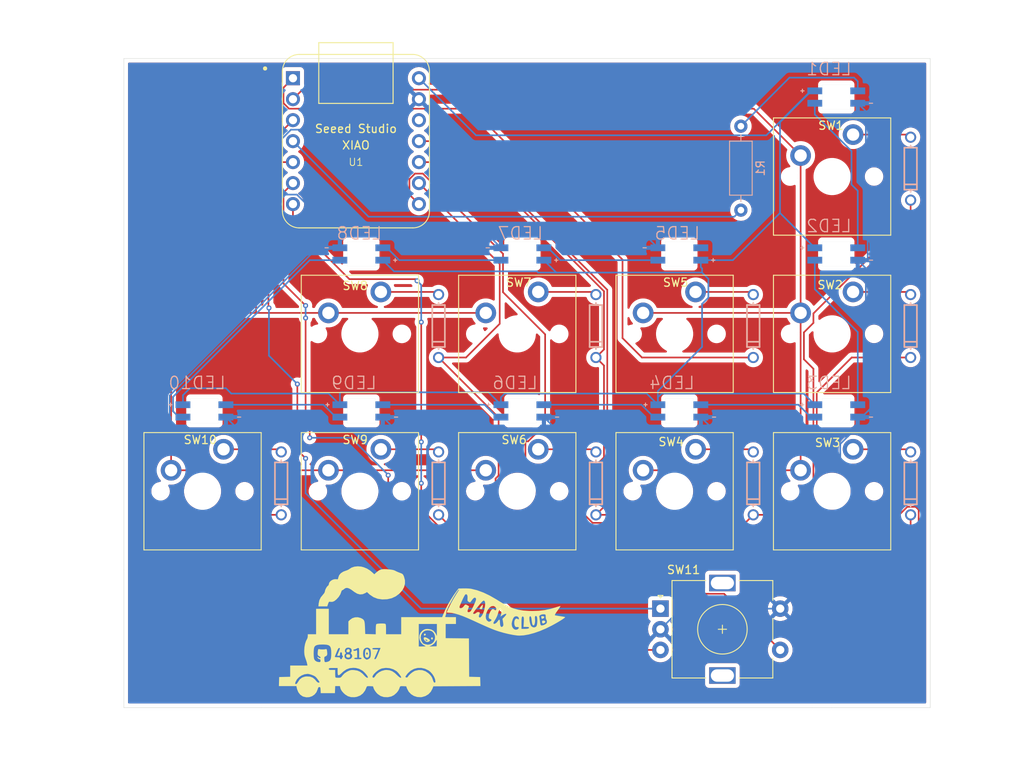
<source format=kicad_pcb>
(kicad_pcb (version 20240108) (generator "pcbnew") (generator_version "8.0")
  (layers (0 "F.Cu" signal) (31 "B.Cu" signal) (34 "B.Paste" user) (35 "F.Paste" user) (36 "B.SilkS" user "B.Silkscreen") (37 "F.SilkS" user "F.Silkscreen") (38 "B.Mask" user) (39 "F.Mask" user) (44 "Edge.Cuts" user))
  (net 0 "")
  (net 1 "Net-(LED1-DOUT)")
  (net 2 "P,+5")
  (net 3 "Net-(LED1-DIN)")
  (net 4 "P,GND")
  (net 5 "Net-(LED2-DOUT)")
  (net 6 "Net-(LED3-DOUT)")
  (net 7 "Net-(LED4-DOUT)")
  (net 8 "D_OUT")
  (net 9 "LED_IN")
  (net 10 "C0")
  (net 11 "Net-(D1-PadA)")
  (net 12 "Net-(D2-PadA)")
  (net 13 "Net-(D3-PadA)")
  (net 14 "Net-(D4-PadA)")
  (net 15 "Net-(D5-PadA)")
  (net 16 "Net-(D6-PadA)")
  (net 17 "C1")
  (net 18 "Net-(D7-PadA)")
  (net 19 "Net-(D8-PadA)")
  (net 20 "Net-(D9-PadA)")
  (net 21 "Net-(D10-PadA)")
  (net 22 "REA")
  (net 23 "RES")
  (net 24 "REB")
  (net 26 "R2")
  (net 27 "R4")
  (net 28 "R3")
  (net 29 "R1")
  (net 30 "R0")
  (net 31 "Net-(LED5-DIN)")
  (net 33 "Net-(LED6-DOUT)")
  (net 34 "Net-(LED7-DIN)")
  (net 35 "Net-(LED10-DOUT)")
  (footprint "PCM_Switch_Keyboard_Cherry_MX:SW_Cherry_MX_PCB_1.00u" (layer "F.Cu") (at 161.925 104.775)
    (property "Reference" "SW5")
    (property "Value" "Push_Button")
  )
  (footprint "Seeed Studio XIAO Series Library:XIAO-Generic-Thruhole-14P-2.54-21X17.8MM" (layer "F.Cu") (at 123.34375 81.43875)
    (property "Reference" "U1")
    (property "Value" "Seeed Studio XIAO SAMD21" (hide yes))
  )
  (footprint "PCM_Switch_Keyboard_Cherry_MX:SW_Cherry_MX_PCB_1.00u" (layer "F.Cu") (at 104.775 123.825)
    (property "Reference" "SW10")
    (property "Value" "Push_Button")
  )
  (footprint "PCM_Switch_Keyboard_Cherry_MX:SW_Cherry_MX_PCB_1.00u" (layer "F.Cu") (at 180.9925 123.825)
    (property "Reference" "SW3")
    (property "Value" "Push_Button")
  )
  (footprint "Rotary_Encoder:RotaryEncoder_Alps_EC11E-Switch_Vertical_H20mm" (layer "F.Cu") (at 160.2125 138.0375)
    (property "Reference" "SW11")
    (property "Value" "RotaryEncoder_Switch")
  )
  (footprint "PCM_Switch_Keyboard_Cherry_MX:SW_Cherry_MX_PCB_1.00u" (layer "F.Cu") (at 123.825 123.825)
    (property "Reference" "SW9")
    (property "Value" "Push_Button")
  )
  (footprint "PCM_Switch_Keyboard_Cherry_MX:SW_Cherry_MX_PCB_1.00u" (layer "F.Cu") (at 123.825 104.775)
    (property "Reference" "SW8")
    (property "Value" "Push_Button")
  )
  (footprint "PCM_Switch_Keyboard_Cherry_MX:SW_Cherry_MX_PCB_1.00u" (layer "F.Cu") (at 161.925 123.825)
    (property "Reference" "SW4")
    (property "Value" "Push_Button")
  )
  (footprint "PCM_Switch_Keyboard_Cherry_MX:SW_Cherry_MX_PCB_1.00u" (layer "F.Cu") (at 142.875 104.775)
    (property "Reference" "SW7")
    (property "Value" "Push_Button")
  )
  (footprint "Hackpad (1):train" (layer "F.Cu") (at 131.25 137.35)
    (property "Reference" "G***" (hide yes))
    (property "Value" "LOGO" (hide yes))
  )
  (footprint "PCM_Switch_Keyboard_Cherry_MX:SW_Cherry_MX_PCB_1.00u" (layer "F.Cu") (at 180.9925 104.775)
    (property "Reference" "SW2")
    (property "Value" "Push_Button")
  )
  (footprint "PCM_Switch_Keyboard_Cherry_MX:SW_Cherry_MX_PCB_1.00u" (layer "F.Cu") (at 142.875 123.825)
    (property "Reference" "SW6")
    (property "Value" "Push_Button")
  )
  (footprint "PCM_Switch_Keyboard_Cherry_MX:SW_Cherry_MX_PCB_1.00u" (layer "F.Cu") (at 180.9925 85.725)
    (property "Reference" "SW1")
    (property "Value" "Push_Button")
  )
  (footprint "diode:DIODE-1N4148" (layer "B.Cu") (at 190.5 122.8725 -90)
    (property "Reference" "D3")
    (property "Value" "~" (hide yes))
  )
  (footprint "SK6812-E:LED_SK6812-E" (layer "B.Cu") (at 162.5 114.1 180)
    (property "Reference" "LED4")
    (property "Value" "WS2812B")
    (fp_line (start 1.7 1.5) (end -1.7 1.5) (stroke (width 0.01)) (layer "Edge.Cuts"))
    (fp_line (start 1.7 -1.5) (end 1.7 1.5) (stroke (width 0.01)) (layer "Edge.Cuts"))
    (fp_line (start -1.7 1.5) (end -1.7 -1.5) (stroke (width 0.01)) (layer "Edge.Cuts"))
    (fp_line (start -1.7 -1.5) (end 1.7 -1.5) (stroke (width 0.01)) (layer "Edge.Cuts"))
  )
  (footprint "diode:DIODE-1N4148" (layer "B.Cu") (at 114.3 122.8725 -90)
    (property "Reference" "D10")
    (property "Value" "~" (hide yes))
  )
  (footprint "SK6812-E:LED_SK6812-E" (layer "B.Cu") (at 162.5 95.1)
    (property "Reference" "LED5")
    (property "Value" "WS2812B")
    (fp_line (start -1.7 -1.5) (end 1.7 -1.5) (stroke (width 0.01)) (layer "Edge.Cuts"))
    (fp_line (start -1.7 1.5) (end -1.7 -1.5) (stroke (width 0.01)) (layer "Edge.Cuts"))
    (fp_line (start 1.7 -1.5) (end 1.7 1.5) (stroke (width 0.01)) (layer "Edge.Cuts"))
    (fp_line (start 1.7 1.5) (end -1.7 1.5) (stroke (width 0.01)) (layer "Edge.Cuts"))
  )
  (footprint "SK6812-E:LED_SK6812-E" (layer "B.Cu") (at 143.5 114.1 180)
    (property "Reference" "LED6")
    (property "Value" "WS2812B")
    (fp_line (start 1.7 1.5) (end -1.7 1.5) (stroke (width 0.01)) (layer "Edge.Cuts"))
    (fp_line (start 1.7 -1.5) (end 1.7 1.5) (stroke (width 0.01)) (layer "Edge.Cuts"))
    (fp_line (start -1.7 1.5) (end -1.7 -1.5) (stroke (width 0.01)) (layer "Edge.Cuts"))
    (fp_line (start -1.7 -1.5) (end 1.7 -1.5) (stroke (width 0.01)) (layer "Edge.Cuts"))
  )
  (footprint "diode:DIODE-1N4148" (layer "B.Cu") (at 133.35 122.8725 -90)
    (property "Reference" "D9")
    (property "Value" "~" (hide yes))
  )
  (footprint "SK6812-E:LED_SK6812-E" (layer "B.Cu") (at 143.5 95.1)
    (property "Reference" "LED7")
    (property "Value" "WS2812B")
    (fp_line (start -1.7 -1.5) (end 1.7 -1.5) (stroke (width 0.01)) (layer "Edge.Cuts"))
    (fp_line (start -1.7 1.5) (end -1.7 -1.5) (stroke (width 0.01)) (layer "Edge.Cuts"))
    (fp_line (start 1.7 -1.5) (end 1.7 1.5) (stroke (width 0.01)) (layer "Edge.Cuts"))
    (fp_line (start 1.7 1.5) (end -1.7 1.5) (stroke (width 0.01)) (layer "Edge.Cuts"))
  )
  (footprint "diode:DIODE-1N4148" (layer "B.Cu") (at 190.5 103.8225 -90)
    (property "Reference" "D2")
    (property "Value" "~" (hide yes))
  )
  (footprint "diode:DIODE-1N4148" (layer "B.Cu") (at 133.35 103.8225 -90)
    (property "Reference" "D8")
    (property "Value" "~" (hide yes))
  )
  (footprint "SK6812-E:LED_SK6812-E" (layer "B.Cu") (at 105 114.1 180)
    (property "Reference" "LED10")
    (property "Value" "WS2812B")
    (fp_line (start 1.7 1.5) (end -1.7 1.5) (stroke (width 0.01)) (layer "Edge.Cuts"))
    (fp_line (start 1.7 -1.5) (end 1.7 1.5) (stroke (width 0.01)) (layer "Edge.Cuts"))
    (fp_line (start -1.7 1.5) (end -1.7 -1.5) (stroke (width 0.01)) (layer "Edge.Cuts"))
    (fp_line (start -1.7 -1.5) (end 1.7 -1.5) (stroke (width 0.01)) (layer "Edge.Cuts"))
  )
  (footprint "Resistor_THT:R_Axial_DIN0207_L6.3mm_D2.5mm_P10.16mm_Horizontal" (layer "B.Cu") (at 169.95 89.79125 90)
    (property "Reference" "R1")
    (property "Value" "500Ω")
  )
  (footprint "diode:DIODE-1N4148" (layer "B.Cu") (at 152.4 122.8725 -90)
    (property "Reference" "D6")
    (property "Value" "~" (hide yes))
  )
  (footprint "diode:DIODE-1N4148" (layer "B.Cu") (at 171.45 103.8225 -90)
    (property "Reference" "D5")
    (property "Value" "~" (hide yes))
  )
  (footprint "SK6812-E:LED_SK6812-E" (layer "B.Cu") (at 124 95.1)
    (property "Reference" "LED8")
    (property "Value" "WS2812B")
    (fp_line (start -1.7 -1.5) (end 1.7 -1.5) (stroke (width 0.01)) (layer "Edge.Cuts"))
    (fp_line (start -1.7 1.5) (end -1.7 -1.5) (stroke (width 0.01)) (layer "Edge.Cuts"))
    (fp_line (start 1.7 -1.5) (end 1.7 1.5) (stroke (width 0.01)) (layer "Edge.Cuts"))
    (fp_line (start 1.7 1.5) (end -1.7 1.5) (stroke (width 0.01)) (layer "Edge.Cuts"))
  )
  (footprint "SK6812-E:LED_SK6812-E" (layer "B.Cu") (at 181.5 95.1 180)
    (property "Reference" "LED2")
    (property "Value" "WS2812B")
    (fp_line (start 1.7 1.5) (end -1.7 1.5) (stroke (width 0.01)) (layer "Edge.Cuts"))
    (fp_line (start 1.7 -1.5) (end 1.7 1.5) (stroke (width 0.01)) (layer "Edge.Cuts"))
    (fp_line (start -1.7 1.5) (end -1.7 -1.5) (stroke (width 0.01)) (layer "Edge.Cuts"))
    (fp_line (start -1.7 -1.5) (end 1.7 -1.5) (stroke (width 0.01)) (layer "Edge.Cuts"))
  )
  (footprint "SK6812-E:LED_SK6812-E" (layer "B.Cu") (at 181.5 76.1 180)
    (property "Reference" "LED1")
    (property "Value" "WS2812B")
    (fp_line (start 1.7 1.5) (end -1.7 1.5) (stroke (width 0.01)) (layer "Edge.Cuts"))
    (fp_line (start 1.7 -1.5) (end 1.7 1.5) (stroke (width 0.01)) (layer "Edge.Cuts"))
    (fp_line (start -1.7 1.5) (end -1.7 -1.5) (stroke (width 0.01)) (layer "Edge.Cuts"))
    (fp_line (start -1.7 -1.5) (end 1.7 -1.5) (stroke (width 0.01)) (layer "Edge.Cuts"))
  )
  (footprint "SK6812-E:LED_SK6812-E" (layer "B.Cu") (at 124 114.1 180)
    (property "Reference" "LED9")
    (property "Value" "WS2812B")
    (fp_line (start 1.7 1.5) (end -1.7 1.5) (stroke (width 0.01)) (layer "Edge.Cuts"))
    (fp_line (start 1.7 -1.5) (end 1.7 1.5) (stroke (width 0.01)) (layer "Edge.Cuts"))
    (fp_line (start -1.7 1.5) (end -1.7 -1.5) (stroke (width 0.01)) (layer "Edge.Cuts"))
    (fp_line (start -1.7 -1.5) (end 1.7 -1.5) (stroke (width 0.01)) (layer "Edge.Cuts"))
  )
  (footprint "diode:DIODE-1N4148" (layer "B.Cu") (at 152.4 103.8225 -90)
    (property "Reference" "D7")
    (property "Value" "~" (hide yes))
  )
  (footprint "diode:DIODE-1N4148" (layer "B.Cu") (at 190.5 84.7725 -90)
    (property "Reference" "D1")
    (property "Value" "~" (hide yes))
  )
  (footprint "SK6812-E:LED_SK6812-E" (layer "B.Cu") (at 181.5 114.1 180)
    (property "Reference" "LED3")
    (property "Value" "WS2812B")
    (fp_line (start 1.7 1.5) (end -1.7 1.5) (stroke (width 0.01)) (layer "Edge.Cuts"))
    (fp_line (start 1.7 -1.5) (end 1.7 1.5) (stroke (width 0.01)) (layer "Edge.Cuts"))
    (fp_line (start -1.7 1.5) (end -1.7 -1.5) (stroke (width 0.01)) (layer "Edge.Cuts"))
    (fp_line (start -1.7 -1.5) (end 1.7 -1.5) (stroke (width 0.01)) (layer "Edge.Cuts"))
  )
  (footprint "diode:DIODE-1N4148" (layer "B.Cu") (at 171.45 122.8725 -90)
    (property "Reference" "D4")
    (property "Value" "~" (hide yes))
  )
  (gr_line (start 95.25 150.01875) (end 95.25 133.35) (stroke (width 0.05)) (layer "Edge.Cuts"))
  (gr_line (start 180.975 150.01875) (end 178.59375 150.01875) (stroke (width 0.05)) (layer "Edge.Cuts"))
  (gr_line (start 192.88125 135.73125) (end 192.88125 150.01875) (stroke (width 0.05)) (layer "Edge.Cuts"))
  (gr_line (start 192.88125 71.4375) (end 95.25 71.4375) (stroke (width 0.05)) (layer "Edge.Cuts"))
  (gr_line (start 192.88125 150.01875) (end 180.975 150.01875) (stroke (width 0.05)) (layer "Edge.Cuts"))
  (gr_line (start 111.91875 150.01875) (end 178.59375 150.01875) (stroke (width 0.05)) (layer "Edge.Cuts"))
  (gr_line (start 111.91875 150.01875) (end 95.25 150.01875) (stroke (width 0.05)) (layer "Edge.Cuts"))
  (gr_line (start 95.25 71.4375) (end 95.25 133.35) (stroke (width 0.05)) (layer "Edge.Cuts"))
  (gr_line (start 192.88125 135.73125) (end 192.88125 71.4375) (stroke (width 0.05)) (layer "Edge.Cuts"))
  (segment (start 183.3425 86.698402) (end 183.3425 82.647032) (width 0.2) (layer "B.Cu") (net 1))
  (segment (start 178.9 78.204532) (end 178.9 76.85) (width 0.2) (layer "B.Cu") (net 1))
  (segment (start 183.3425 82.647032) (end 178.9 78.204532) (width 0.2) (layer "B.Cu") (net 1))
  (segment (start 184.1 87.455902) (end 183.3425 86.698402) (width 0.2) (layer "B.Cu") (net 1))
  (segment (start 184.1 94.35) (end 184.1 87.455902) (width 0.2) (layer "B.Cu") (net 1))
  (segment (start 177.55 112) (end 178.9 113.35) (width 0.2) (layer "B.Cu") (net 2))
  (segment (start 102.4 113.35) (end 102.4 112.2) (width 0.2) (layer "B.Cu") (net 2))
  (segment (start 178.49 75.35) (end 174.6875 79.1525) (width 0.2) (layer "B.Cu") (net 2))
  (segment (start 159.9 113.35) (end 159.9 112.45) (width 0.2) (layer "B.Cu") (net 2))
  (segment (start 158.55 112) (end 159.9 113.35) (width 0.2) (layer "B.Cu") (net 2))
  (segment (start 159.9 111.7) (end 165.25 106.35) (width 0.2) (layer "B.Cu") (net 2))
  (segment (start 173.02875 80.73125) (end 137.88125 80.73125) (width 0.2) (layer "B.Cu") (net 2))
  (segment (start 174.6875 79.1525) (end 174.6875 90.1375) (width 0.2) (layer "B.Cu") (net 2))
  (segment (start 165.25 96.85) (end 165.1 96.7) (width 0.2) (layer "B.Cu") (net 2))
  (segment (start 166.015 98.115) (end 165.25 97.35) (width 0.2) (layer "B.Cu") (net 2))
  (segment (start 165.25 106.35) (end 165.25 101.15) (width 0.2) (layer "B.Cu") (net 2))
  (segment (start 145.4 97.35) (end 145.25 97.2) (width 0.2) (layer "B.Cu") (net 2))
  (segment (start 147.6 97.35) (end 145.4 97.35) (width 0.2) (layer "B.Cu") (net 2))
  (segment (start 120.05 112) (end 121.4 113.35) (width 0.2) (layer "B.Cu") (net 2))
  (segment (start 121.4 113.35) (end 121.4 111.95) (width 0.2) (layer "B.Cu") (net 2))
  (segment (start 174.6875 90.1375) (end 178.9 94.35) (width 0.2) (layer "B.Cu") (net 2))
  (segment (start 147.6 97.35) (end 165.25 97.35) (width 0.2) (layer "B.Cu") (net 2))
  (segment (start 140.9 113.35) (end 140.9 112.45) (width 0.2) (layer "B.Cu") (net 2))
  (segment (start 160.35 112) (end 177.55 112) (width 0.2) (layer "B.Cu") (net 2))
  (segment (start 140.9 112.45) (end 141.35 112) (width 0.2) (layer "B.Cu") (net 2))
  (segment (start 102.4 112.2) (end 103.25 111.35) (width 0.2) (layer "B.Cu") (net 2))
  (segment (start 165.1 96.7) (end 165.1 95.85) (width 0.2) (layer "B.Cu") (net 2))
  (segment (start 165.25 101.15) (end 166.015 100.385) (width 0.2) (layer "B.Cu") (net 2))
  (segment (start 141.35 112) (end 158.55 112) (width 0.2) (layer "B.Cu") (net 2))
  (segment (start 103.25 111.35) (end 107.6 111.35) (width 0.2) (layer "B.Cu") (net 2))
  (segment (start 178.41 75.35) (end 173.02875 80.73125) (width 0.2) (layer "B.Cu") (net 2))
  (segment (start 121.4 111.95) (end 121.5 111.85) (width 0.2) (layer "B.Cu") (net 2))
  (segment (start 168.975 95.85) (end 174.6875 90.1375) (width 0.2) (layer "B.Cu") (net 2))
  (segment (start 165.1 95.85) (end 168.975 95.85) (width 0.2) (layer "B.Cu") (net 2))
  (segment (start 121.5 111.85) (end 139.4 111.85) (width 0.2) (layer "B.Cu") (net 2))
  (segment (start 166.015 100.385) (end 166.015 98.115) (width 0.2) (layer "B.Cu") (net 2))
  (segment (start 178.9 75.35) (end 178.49 75.35) (width 0.2) (layer "B.Cu") (net 2))
  (segment (start 137.88125 80.73125) (end 130.96875 73.81875) (width 0.2) (layer "B.Cu") (net 2))
  (segment (start 108.25 112) (end 120.05 112) (width 0.2) (layer "B.Cu") (net 2))
  (segment (start 165.25 97.35) (end 165.25 96.85) (width 0.2) (layer "B.Cu") (net 2))
  (segment (start 159.9 113.35) (end 159.9 111.7) (width 0.2) (layer "B.Cu") (net 2))
  (segment (start 127.95 97.2) (end 126.6 95.85) (width 0.2) (layer "B.Cu") (net 2))
  (segment (start 178.9 75.35) (end 178.41 75.35) (width 0.2) (layer "B.Cu") (net 2))
  (segment (start 146.1 95.85) (end 147.6 97.35) (width 0.2) (layer "B.Cu") (net 2))
  (segment (start 139.4 111.85) (end 140.9 113.35) (width 0.2) (layer "B.Cu") (net 2))
  (segment (start 159.9 112.45) (end 160.35 112) (width 0.2) (layer "B.Cu") (net 2))
  (segment (start 145.25 97.2) (end 127.95 97.2) (width 0.2) (layer "B.Cu") (net 2))
  (segment (start 107.6 111.35) (end 108.25 112) (width 0.2) (layer "B.Cu") (net 2))
  (segment (start 184.1 74.2) (end 183.65 73.75) (width 0.2) (layer "B.Cu") (net 3))
  (segment (start 175.83125 73.75) (end 169.95 79.63125) (width 0.2) (layer "B.Cu") (net 3))
  (segment (start 184.1 75.35) (end 184.1 74.2) (width 0.2) (layer "B.Cu") (net 3))
  (segment (start 183.65 73.75) (end 175.83125 73.75) (width 0.2) (layer "B.Cu") (net 3))
  (segment (start 126.6 114.85) (end 128.1 116.35) (width 0.2) (layer "B.Cu") (net 4))
  (segment (start 114.25 87.2) (end 114.25 81.281154) (width 0.2) (layer "B.Cu") (net 4))
  (segment (start 141.2 93) (end 158.55 93) (width 0.2) (layer "B.Cu") (net 4))
  (segment (start 184.59 114.85) (end 184.1 114.85) (width 0.2) (layer "B.Cu") (net 4))
  (segment (start 185.0825 104.0175) (end 184.8475 104.2525) (width 0.2) (layer "B.Cu") (net 4))
  (segment (start 116.195096 87.90875) (end 114.95875 87.90875) (width 0.2) (layer "B.Cu") (net 4))
  (segment (start 184.1 85.5) (end 185.3 86.7) (width 0.2) (layer "B.Cu") (net 4))
  (segment (start 114.25 81.281154) (end 115.482404 80.04875) (width 0.2) (layer "B.Cu") (net 4))
  (segment (start 181.9825 118.102968) (end 181.9825 121.467412) (width 0.2) (layer "B.Cu") (net 4))
  (segment (start 127.27875 80.04875) (end 130.96875 76.35875) (width 0.2) (layer "B.Cu") (net 4))
  (segment (start 164.65 116.55) (end 147.8 116.55) (width 0.2) (layer "B.Cu") (net 4))
  (segment (start 185.0825 96.8325) (end 185.0825 104.0175) (width 0.2) (layer "B.Cu") (net 4))
  (segment (start 108.95 116.2) (end 126.4 116.2) (width 0.2) (layer "B.Cu") (net 4))
  (segment (start 162.7125 138.0375) (end 160.2125 140.5375) (width 0.2) (layer "B.Cu") (net 4))
  (segment (start 184.75 128) (end 174.7125 138.0375) (width 0.2) (layer "B.Cu") (net 4))
  (segment (start 108.95 116.2) (end 101.84 116.2) (width 0.2) (layer "B.Cu") (net 4))
  (segment (start 158.55 93) (end 159.9 94.35) (width 0.2) (layer "B.Cu") (net 4))
  (segment (start 174.7125 138.0375) (end 162.7125 138.0375) (width 0.2) (layer "B.Cu") (net 4))
  (segment (start 185.75 113.69) (end 184.59 114.85) (width 0.2) (layer "B.Cu") (net 4))
  (segment (start 121.243173 92.956827) (end 116.195096 87.90875) (width 0.2) (layer "B.Cu") (net 4))
  (segment (start 139.506827 92.956827) (end 140.9 94.35) (width 0.2) (layer "B.Cu") (net 4))
  (segment (start 100.8 112.234314) (end 118.684314 94.35) (width 0.2) (layer "B.Cu") (net 4))
  (segment (start 100.8 115.16) (end 100.8 112.234314) (width 0.2) (layer "B.Cu") (net 4))
  (segment (start 115.482404 80.04875) (end 127.27875 80.04875) (width 0.2) (layer "B.Cu") (net 4))
  (segment (start 184.8475 105.282412) (end 185.75 106.184912) (width 0.2) (layer "B.Cu") (net 4))
  (segment (start 126.6 116) (end 126.6 114.85) (width 0.2) (layer "B.Cu") (net 4))
  (segment (start 121.243173 92.956827) (end 139.506827 92.956827) (width 0.2) (layer "B.Cu") (net 4))
  (segment (start 140.9 93.3) (end 141.2 93) (width 0.2) (layer "B.Cu") (net 4))
  (segment (start 145.5 116.35) (end 146.1 115.75) (width 0.2) (layer "B.Cu") (net 4))
  (segment (start 114.95875 87.90875) (end 114.25 87.2) (width 0.2) (layer "B.Cu") (net 4))
  (segment (start 183.242734 116.842734) (end 181.9825 118.102968) (width 0.2) (layer "B.Cu") (net 4))
  (segment (start 185.3 95.8) (end 185.25 95.85) (width 0.2) (layer "B.Cu") (net 4))
  (segment (start 101.84 116.2) (end 100.8 115.16) (width 0.2) (layer "B.Cu") (net 4))
  (segment (start 128.1 116.35) (end 145.5 116.35) (width 0.2) (layer "B.Cu") (net 4))
  (segment (start 184.1 76.85) (end 185.0825 77.8325) (width 0.2) (layer "B.Cu") (net 4))
  (segment (start 184.1 114.85) (end 184.1 115.985468) (width 0.2) (layer "B.Cu") (net 4))
  (segment (start 185.75 106.184912) (end 185.75 113.69) (width 0.2) (layer "B.Cu") (net 4))
  (segment (start 165.1 114.85) (end 165.1 116.1) (width 0.2) (layer "B.Cu") (net 4))
  (segment (start 184.1 115.985468) (end 183.242734 116.842734) (width 0.2) (layer "B.Cu") (net 4))
  (segment (start 184.8475 104.2525) (end 184.8475 105.282412) (width 0.2) (layer "B.Cu") (net 4))
  (segment (start 126.4 116.2) (end 126.6 116) (width 0.2) (layer "B.Cu") (net 4))
  (segment (start 121.4 93.113654) (end 121.243173 92.956827) (width 0.2) (layer "B.Cu") (net 4))
  (segment (start 185.0825 84.5175) (end 184.1 85.5) (width 0.2) (layer "B.Cu") (net 4))
  (segment (start 147.8 116.55) (end 146.1 114.85) (width 0.2) (layer "B.Cu") (net 4))
  (segment (start 181.9825 121.467412) (end 184.75 124.234912) (width 0.2) (layer "B.Cu") (net 4))
  (segment (start 140.9 94.35) (end 140.9 93.3) (width 0.2) (layer "B.Cu") (net 4))
  (segment (start 185.3 86.7) (end 185.3 95.8) (width 0.2) (layer "B.Cu") (net 4))
  (segment (start 107.6 114.85) (end 108.95 116.2) (width 0.2) (layer "B.Cu") (net 4))
  (segment (start 167.445 117.195) (end 182.890468 117.195) (width 0.2) (layer "B.Cu") (net 4))
  (segment (start 184.75 124.234912) (end 184.75 128) (width 0.2) (layer "B.Cu") (net 4))
  (segment (start 182.890468 117.195) (end 183.242734 116.842734) (width 0.2) (layer "B.Cu") (net 4))
  (segment (start 165.1 116.1) (end 164.65 116.55) (width 0.2) (layer "B.Cu") (net 4))
  (segment (start 165.1 114.85) (end 167.445 117.195) (width 0.2) (layer "B.Cu") (net 4))
  (segment (start 146.1 115.75) (end 146.1 114.85) (width 0.2) (layer "B.Cu") (net 4))
  (segment (start 185.25 95.85) (end 184.1 95.85) (width 0.2) (layer "B.Cu") (net 4))
  (segment (start 121.4 94.35) (end 121.4 93.113654) (width 0.2) (layer "B.Cu") (net 4))
  (segment (start 185.0825 77.8325) (end 185.0825 84.5175) (width 0.2) (layer "B.Cu") (net 4))
  (segment (start 118.684314 94.35) (end 121.4 94.35) (width 0.2) (layer "B.Cu") (net 4))
  (segment (start 184.1 95.85) (end 185.0825 96.8325) (width 0.2) (layer "B.Cu") (net 4))
  (segment (start 184.1 104.559098) (end 184.1 113.35) (width 0.2) (layer "B.Cu") (net 5))
  (segment (start 178.9 99.359098) (end 184.1 104.559098) (width 0.2) (layer "B.Cu") (net 5))
  (segment (start 178.9 95.85) (end 178.9 99.359098) (width 0.2) (layer "B.Cu") (net 5))
  (segment (start 178.9 114.85) (end 178.41 114.85) (width 0.2) (layer "B.Cu") (net 6))
  (segment (start 176.91 113.35) (end 165.1 113.35) (width 0.2) (layer "B.Cu") (net 6))
  (segment (start 178.41 114.85) (end 176.91 113.35) (width 0.2) (layer "B.Cu") (net 6))
  (segment (start 159.41 114.85) (end 157.91 113.35) (width 0.2) (layer "B.Cu") (net 7))
  (segment (start 157.91 113.35) (end 146.1 113.35) (width 0.2) (layer "B.Cu") (net 7))
  (segment (start 159.9 114.85) (end 159.41 114.85) (width 0.2) (layer "B.Cu") (net 7))
  (segment (start 119.41 113.35) (end 107.6 113.35) (width 0.2) (layer "B.Cu") (net 8))
  (segment (start 121.4 114.85) (end 120.91 114.85) (width 0.2) (layer "B.Cu") (net 8))
  (segment (start 120.91 114.85) (end 119.41 113.35) (width 0.2) (layer "B.Cu") (net 8))
  (segment (start 124.871249 90.591249) (end 115.71875 81.43875) (width 0.2) (layer "B.Cu") (net 9))
  (segment (start 169.150001 90.591249) (end 124.871249 90.591249) (width 0.2) (layer "B.Cu") (net 9))
  (segment (start 169.95 89.79125) (end 169.150001 90.591249) (width 0.2) (layer "B.Cu") (net 9))
  (segment (start 158.115 102.235) (end 177.1825 102.235) (width 0.2) (layer "F.Cu") (net 10))
  (segment (start 116.86875 75.20875) (end 115.71875 76.35875) (width 0.2) (layer "F.Cu") (net 10))
  (segment (start 137.90875 77.50875) (end 135.60875 75.20875) (width 0.2) (layer "F.Cu") (net 10))
  (segment (start 177.1825 102.235) (end 177.1825 83.185) (width 0.2) (layer "F.Cu") (net 10))
  (segment (start 158.115 121.285) (end 177.1825 121.285) (width 0.2) (layer "F.Cu") (net 10))
  (segment (start 171.50625 77.50875) (end 137.90875 77.50875) (width 0.2) (layer "F.Cu") (net 10))
  (segment (start 177.1825 121.285) (end 177.1825 102.235) (width 0.2) (layer "F.Cu") (net 10))
  (segment (start 177.1825 83.185) (end 171.50625 77.50875) (width 0.2) (layer "F.Cu") (net 10))
  (segment (start 135.60875 75.20875) (end 116.86875 75.20875) (width 0.2) (layer "F.Cu") (net 10))
  (segment (start 183.5325 80.645) (end 190.1825 80.645) (width 0.2) (layer "F.Cu") (net 11))
  (segment (start 190.1825 80.645) (end 190.5 80.9625) (width 0.2) (layer "F.Cu") (net 11))
  (segment (start 190.1825 99.695) (end 190.5 100.0125) (width 0.2) (layer "F.Cu") (net 12))
  (segment (start 183.5325 99.695) (end 190.1825 99.695) (width 0.2) (layer "F.Cu") (net 12))
  (segment (start 183.5325 118.745) (end 190.1825 118.745) (width 0.2) (layer "F.Cu") (net 13))
  (segment (start 190.1825 118.745) (end 190.5 119.0625) (width 0.2) (layer "F.Cu") (net 13))
  (segment (start 164.465 118.745) (end 171.1325 118.745) (width 0.2) (layer "F.Cu") (net 14))
  (segment (start 171.1325 118.745) (end 171.45 119.0625) (width 0.2) (layer "F.Cu") (net 14))
  (segment (start 164.465 99.695) (end 171.1325 99.695) (width 0.2) (layer "F.Cu") (net 15))
  (segment (start 171.1325 99.695) (end 171.45 100.0125) (width 0.2) (layer "F.Cu") (net 15))
  (segment (start 152.0825 118.745) (end 152.4 119.0625) (width 0.2) (layer "F.Cu") (net 16))
  (segment (start 145.415 118.745) (end 152.0825 118.745) (width 0.2) (layer "F.Cu") (net 16))
  (segment (start 139.065 121.285) (end 120.015 121.285) (width 0.2) (layer "F.Cu") (net 17))
  (segment (start 111.25 102.235) (end 101.08 102.235) (width 0.2) (layer "F.Cu") (net 17))
  (segment (start 120.015 121.285) (end 100.965 121.285) (width 0.2) (layer "F.Cu") (net 17))
  (segment (start 139.065 102.235) (end 120.015 102.235) (width 0.2) (layer "F.Cu") (net 17))
  (segment (start 100.965 121.285) (end 100.965 102.35) (width 0.2) (layer "F.Cu") (net 17))
  (segment (start 101.08 102.235) (end 100.965 102.35) (width 0.2) (layer "F.Cu") (net 17))
  (segment (start 111.25 83.3675) (end 111.25 102.235) (width 0.2) (layer "F.Cu") (net 17))
  (segment (start 120.015 102.235) (end 111.25 102.235) (width 0.2) (layer "F.Cu") (net 17))
  (segment (start 115.71875 78.89875) (end 111.25 83.3675) (width 0.2) (layer "F.Cu") (net 17))
  (segment (start 152.0825 99.695) (end 152.4 100.0125) (width 0.2) (layer "F.Cu") (net 18))
  (segment (start 145.415 99.695) (end 152.0825 99.695) (width 0.2) (layer "F.Cu") (net 18))
  (segment (start 126.365 99.695) (end 133.0325 99.695) (width 0.2) (layer "F.Cu") (net 19))
  (segment (start 133.0325 99.695) (end 133.35 100.0125) (width 0.2) (layer "F.Cu") (net 19))
  (segment (start 126.365 118.745) (end 133.0325 118.745) (width 0.2) (layer "F.Cu") (net 20))
  (segment (start 133.0325 118.745) (end 133.35 119.0625) (width 0.2) (layer "F.Cu") (net 20))
  (segment (start 107.315 118.745) (end 113.9825 118.745) (width 0.2) (layer "F.Cu") (net 21))
  (segment (start 113.9825 118.745) (end 114.3 119.0625) (width 0.2) (layer "F.Cu") (net 21))
  (segment (start 114.25 83.97875) (end 115.71875 83.97875) (width 0.2) (layer "F.Cu") (net 22))
  (segment (start 112.75 101.571472) (end 112.75 85.47875) (width 0.2) (layer "F.Cu") (net 22))
  (segment (start 116.25 110.85) (end 116.25 118.85) (width 0.2) (layer "F.Cu") (net 22))
  (segment (start 112.813528 101.635) (end 112.75 101.571472) (width 0.2) (layer "F.Cu") (net 22))
  (segment (start 116.25 118.85) (end 117.25 119.85) (width 0.2) (layer "F.Cu") (net 22))
  (segment (start 112.75 85.47875) (end 114.25 83.97875) (width 0.2) (layer "F.Cu") (net 22))
  (via (at 117.25 119.85) (size 0.6) (drill 0.3) (layers "F.Cu" "B.Cu") (net 22))
  (via (at 112.813528 101.635) (size 0.6) (drill 0.3) (layers "F.Cu" "B.Cu") (net 22))
  (via (at 116.25 110.85) (size 0.6) (drill 0.3) (layers "F.Cu" "B.Cu") (net 22))
  (segment (start 112.813528 101.635) (end 112.813528 107.413528) (width 0.2) (layer "B.Cu") (net 22))
  (segment (start 112.813528 107.413528) (end 116.25 110.85) (width 0.2) (layer "B.Cu") (net 22))
  (segment (start 131.225088 138.0375) (end 160.2125 138.0375) (width 0.2) (layer "B.Cu") (net 22))
  (segment (start 117.25 119.85) (end 117.25 124.062412) (width 0.2) (layer "B.Cu") (net 22))
  (segment (start 117.25 124.062412) (end 131.225088 138.0375) (width 0.2) (layer "B.Cu") (net 22))
  (segment (start 167.9125 136.2375) (end 141.527032 136.2375) (width 0.2) (layer "F.Cu") (net 23))
  (segment (start 141.527032 136.2375) (end 131.25 125.960468) (width 0.2) (layer "F.Cu") (net 23))
  (segment (start 130.545 98.145) (end 122.545 98.145) (width 0.2) (layer "F.Cu") (net 23))
  (segment (start 131.25 125.960468) (end 131.25 122.85) (width 0.2) (layer "F.Cu") (net 23))
  (segment (start 115.71875 91.31875) (end 115.71875 89.05875) (width 0.2) (layer "F.Cu") (net 23))
  (segment (start 174.7125 143.0375) (end 167.9125 136.2375) (width 0.2) (layer "F.Cu") (net 23))
  (segment (start 130.75 98.35) (end 130.545 98.145) (width 0.2) (layer "F.Cu") (net 23))
  (segment (start 122.545 98.145) (end 115.71875 91.31875) (width 0.2) (layer "F.Cu") (net 23))
  (segment (start 131.25 117.85) (end 131.25 103.35) (width 0.2) (layer "F.Cu") (net 23))
  (via (at 131.25 117.85) (size 0.6) (drill 0.3) (layers "F.Cu" "B.Cu") (net 23))
  (via (at 130.75 98.35) (size 0.6) (drill 0.3) (layers "F.Cu" "B.Cu") (net 23))
  (via (at 131.25 103.35) (size 0.6) (drill 0.3) (layers "F.Cu" "B.Cu") (net 23))
  (via (at 131.25 122.85) (size 0.6) (drill 0.3) (layers "F.Cu" "B.Cu") (net 23))
  (segment (start 131.25 103.35) (end 131.25 98.85) (width 0.2) (layer "B.Cu") (net 23))
  (segment (start 131.25 122.85) (end 131.25 117.85) (width 0.2) (layer "B.Cu") (net 23))
  (segment (start 131.25 98.85) (end 130.75 98.35) (width 0.2) (layer "B.Cu") (net 23))
  (segment (start 146.385088 143.0375) (end 127.25 123.902412) (width 0.2) (layer "F.Cu") (net 24))
  (segment (start 160.2125 143.0375) (end 146.385088 143.0375) (width 0.2) (layer "F.Cu") (net 24))
  (segment (start 114.56875 87.66875) (end 115.71875 86.51875) (width 0.2) (layer "F.Cu") (net 24))
  (segment (start 127.25 123.902412) (end 127.25 121.885) (width 0.2) (layer "F.Cu") (net 24))
  (segment (start 117.75 116.35) (end 117.25 115.85) (width 0.2) (layer "F.Cu") (net 24))
  (segment (start 117.25 101.35) (end 114.56875 98.66875) (width 0.2) (layer "F.Cu") (net 24))
  (segment (start 117.75 117.35) (end 117.75 116.35) (width 0.2) (layer "F.Cu") (net 24))
  (segment (start 117.25 115.85) (end 117.25 102.85) (width 0.2) (layer "F.Cu") (net 24))
  (segment (start 114.56875 98.66875) (end 114.56875 87.66875) (width 0.2) (layer "F.Cu") (net 24))
  (via (at 127.25 121.885) (size 0.6) (drill 0.3) (layers "F.Cu" "B.Cu") (net 24))
  (via (at 117.75 117.35) (size 0.6) (drill 0.3) (layers "F.Cu" "B.Cu") (net 24))
  (via (at 117.25 101.35) (size 0.6) (drill 0.3) (layers "F.Cu" "B.Cu") (net 24))
  (via (at 117.25 102.85) (size 0.6) (drill 0.3) (layers "F.Cu" "B.Cu") (net 24))
  (segment (start 122.75 117.35) (end 117.75 117.35) (width 0.2) (layer "B.Cu") (net 24))
  (segment (start 117.25 102.85) (end 117.25 101.35) (width 0.2) (layer "B.Cu") (net 24))
  (segment (start 127.25 121.885) (end 127.25 121.85) (width 0.2) (layer "B.Cu") (net 24))
  (segment (start 127.25 121.85) (end 122.75 117.35) (width 0.2) (layer "B.Cu") (net 24))
  (segment (start 145.043755 129.317157) (end 145.010912 129.35) (width 0.2) (layer "F.Cu") (net 26))
  (segment (start 190.5 126.6825) (end 190.5 128.534314) (width 0.2) (layer "F.Cu") (net 26))
  (segment (start 140.75 103.552412) (end 140.75 96.3) (width 0.2) (layer "F.Cu") (net 26))
  (segment (start 145.010912 129.35) (end 140.25 129.35) (width 0.2) (layer "F.Cu") (net 26))
  (segment (start 136.669912 107.6325) (end 140.75 103.552412) (width 0.2) (layer "F.Cu") (net 26))
  (segment (start 140.615 114.8975) (end 133.35 107.6325) (width 0.2) (layer "F.Cu") (net 26))
  (segment (start 140.25 129.35) (end 140.25 122.292032) (width 0.2) (layer "F.Cu") (net 26))
  (segment (start 190.5 128.534314) (end 189.717157 129.317157) (width 0.2) (layer "F.Cu") (net 26))
  (segment (start 140.25 122.292032) (end 140.615 121.927032) (width 0.2) (layer "F.Cu") (net 26))
  (segment (start 133.35 107.6325) (end 136.669912 107.6325) (width 0.2) (layer "F.Cu") (net 26))
  (segment (start 140.615 121.927032) (end 140.615 114.8975) (width 0.2) (layer "F.Cu") (net 26))
  (segment (start 189.717157 129.317157) (end 145.043755 129.317157) (width 0.2) (layer "F.Cu") (net 26))
  (segment (start 140.75 96.3) (end 130.96875 86.51875) (width 0.2) (layer "F.Cu") (net 26))
  (segment (start 98.97 101.35) (end 110.25 101.35) (width 0.2) (layer "F.Cu") (net 27))
  (segment (start 114.56875 76.835096) (end 114.56875 74.96875) (width 0.2) (layer "F.Cu") (net 27))
  (segment (start 137.343064 77.50875) (end 115.242404 77.50875) (width 0.2) (layer "F.Cu") (net 27))
  (segment (start 100.820088 126.6825) (end 98.47 124.332412) (width 0.2) (layer "F.Cu") (net 27))
  (segment (start 155.62 105.282412) (end 155.62 95.785686) (width 0.2) (layer "F.Cu") (net 27))
  (segment (start 110.25 101.35) (end 110.25 81.153846) (width 0.2) (layer "F.Cu") (net 27))
  (segment (start 114.3 126.6825) (end 100.820088 126.6825) (width 0.2) (layer "F.Cu") (net 27))
  (segment (start 114.56875 74.96875) (end 115.71875 73.81875) (width 0.2) (layer "F.Cu") (net 27))
  (segment (start 98.47 124.332412) (end 98.47 101.85) (width 0.2) (layer "F.Cu") (net 27))
  (segment (start 110.25 81.153846) (end 114.56875 76.835096) (width 0.2) (layer "F.Cu") (net 27))
  (segment (start 115.242404 77.50875) (end 114.56875 76.835096) (width 0.2) (layer "F.Cu") (net 27))
  (segment (start 155.62 95.785686) (end 137.343064 77.50875) (width 0.2) (layer "F.Cu") (net 27))
  (segment (start 98.47 101.85) (end 98.97 101.35) (width 0.2) (layer "F.Cu") (net 27))
  (segment (start 171.45 107.6325) (end 157.970088 107.6325) (width 0.2) (layer "F.Cu") (net 27))
  (segment (start 157.970088 107.6325) (end 155.62 105.282412) (width 0.2) (layer "F.Cu") (net 27))
  (segment (start 131.445096 85.36875) (end 130.492404 85.36875) (width 0.2) (layer "F.Cu") (net 28))
  (segment (start 191.47437 128.12563) (end 191.47437 126.07437) (width 0.2) (layer "F.Cu") (net 28))
  (segment (start 143.865 117.783528) (end 144.18444 117.783528) (width 0.2) (layer "F.Cu") (net 28))
  (segment (start 129.81875 86.042404) (end 129.81875 87.90875) (width 0.2) (layer "F.Cu") (net 28))
  (segment (start 191.47437 126.07437) (end 191.10813 125.70813) (width 0.2) (layer "F.Cu") (net 28))
  (segment (start 141.15 99.726598) (end 141.15 95.073654) (width 0.2) (layer "F.Cu") (net 28))
  (segment (start 170.07563 128.05687) (end 150.430272 128.05687) (width 0.2) (layer "F.Cu") (net 28))
  (segment (start 133.35 126.6825) (end 136.5175 129.85) (width 0.2) (layer "F.Cu") (net 28))
  (segment (start 130.492404 85.36875) (end 129.81875 86.042404) (width 0.2) (layer "F.Cu") (net 28))
  (segment (start 146.25 104.826598) (end 141.15 99.726598) (width 0.2) (layer "F.Cu") (net 28))
  (segment (start 189.122032 126.6825) (end 171.45 126.6825) (width 0.2) (layer "F.Cu") (net 28))
  (segment (start 191.10813 125.70813) (end 190.096402 125.70813) (width 0.2) (layer "F.Cu") (net 28))
  (segment (start 143.865 121.491598) (end 143.865 117.783528) (width 0.2) (layer "F.Cu") (net 28))
  (segment (start 146.25 115.717968) (end 146.25 104.826598) (width 0.2) (layer "F.Cu") (net 28))
  (segment (start 171.45 126.6825) (end 170.07563 128.05687) (width 0.2) (layer "F.Cu") (net 28))
  (segment (start 129.81875 87.90875) (end 130.96875 89.05875) (width 0.2) (layer "F.Cu") (net 28))
  (segment (start 190.096402 125.70813) (end 189.122032 126.6825) (width 0.2) (layer "F.Cu") (net 28))
  (segment (start 150.430272 128.05687) (end 143.865 121.491598) (width 0.2) (layer "F.Cu") (net 28))
  (segment (start 189.75 129.85) (end 191.47437 128.12563) (width 0.2) (layer "F.Cu") (net 28))
  (segment (start 136.5175 129.85) (end 189.75 129.85) (width 0.2) (layer "F.Cu") (net 28))
  (segment (start 141.15 95.073654) (end 131.445096 85.36875) (width 0.2) (layer "F.Cu") (net 28))
  (segment (start 144.18444 117.783528) (end 146.25 115.717968) (width 0.2) (layer "F.Cu") (net 28))
  (segment (start 179.1325 117.35) (end 179.1325 111.8675) (width 0.2) (layer "F.Cu") (net 29))
  (segment (start 151.996402 127.65687) (end 163.54313 127.65687) (width 0.2) (layer "F.Cu") (net 29))
  (segment (start 150.75 126.410468) (end 151.996402 127.65687) (width 0.2) (layer "F.Cu") (net 29))
  (segment (start 153.37437 106.65813) (end 153.37437 99.608902) (width 0.2) (layer "F.Cu") (net 29))
  (segment (start 183.3675 107.6325) (end 190.5 107.6325) (width 0.2) (layer "F.Cu") (net 29))
  (segment (start 178.615902 126.175) (end 181.965902 126.175) (width 0.2) (layer "F.Cu") (net 29))
  (segment (start 179.1325 111.8675) (end 183.3675 107.6325) (width 0.2) (layer "F.Cu") (net 29))
  (segment (start 137.744218 83.97875) (end 130.96875 83.97875) (width 0.2) (layer "F.Cu") (net 29))
  (segment (start 152.4 107.6325) (end 153.37437 108.60687) (width 0.2) (layer "F.Cu") (net 29))
  (segment (start 150.75 122.35) (end 150.75 126.410468) (width 0.2) (layer "F.Cu") (net 29))
  (segment (start 153.37437 119.72563) (end 150.75 122.35) (width 0.2) (layer "F.Cu") (net 29))
  (segment (start 153.37437 99.608902) (end 137.744218 83.97875) (width 0.2) (layer "F.Cu") (net 29))
  (segment (start 181.965902 126.175) (end 183.3425 124.798402) (width 0.2) (layer "F.Cu") (net 29))
  (segment (start 183.3425 124.798402) (end 183.3425 121.56) (width 0.2) (layer "F.Cu") (net 29))
  (segment (start 153.37437 108.60687) (end 153.37437 119.72563) (width 0.2) (layer "F.Cu") (net 29))
  (segment (start 163.54313 127.65687) (end 165.75 125.45) (width 0.2) (layer "F.Cu") (net 29))
  (segment (start 152.4 107.6325) (end 153.37437 106.65813) (width 0.2) (layer "F.Cu") (net 29))
  (segment (start 165.75 125.45) (end 177.890902 125.45) (width 0.2) (layer "F.Cu") (net 29))
  (segment (start 183.3425 121.56) (end 179.1325 117.35) (width 0.2) (layer "F.Cu") (net 29))
  (segment (start 177.890902 125.45) (end 178.615902 126.175) (width 0.2) (layer "F.Cu") (net 29))
  (segment (start 178.7325 103.442032) (end 178.7325 102.302968) (width 0.2) (layer "F.Cu") (net 30))
  (segment (start 176.419912 125.05) (end 178.7325 122.737412) (width 0.2) (layer "F.Cu") (net 30))
  (segment (start 164.023402 125.05) (end 176.419912 125.05) (width 0.2) (layer "F.Cu") (net 30))
  (segment (start 178.7325 102.302968) (end 190.5 90.535468) (width 0.2) (layer "F.Cu") (net 30))
  (segment (start 177.5825 107.85) (end 177.5825 104.592032) (width 0.2) (layer "F.Cu") (net 30))
  (segment (start 152.4 126.6825) (end 153.77437 125.30813) (width 0.2) (layer "F.Cu") (net 30))
  (segment (start 178.7325 122.737412) (end 178.7325 109) (width 0.2) (layer "F.Cu") (net 30))
  (segment (start 190.5 90.535468) (end 190.5 88.5825) (width 0.2) (layer "F.Cu") (net 30))
  (segment (start 177.5825 104.592032) (end 178.7325 103.442032) (width 0.2) (layer "F.Cu") (net 30))
  (segment (start 153.77437 99.443216) (end 135.769904 81.43875) (width 0.2) (layer "F.Cu") (net 30))
  (segment (start 152.4 126.6825) (end 162.390902 126.6825) (width 0.2) (layer "F.Cu") (net 30))
  (segment (start 178.7325 109) (end 177.5825 107.85) (width 0.2) (layer "F.Cu") (net 30))
  (segment (start 162.390902 126.6825) (end 164.023402 125.05) (width 0.2) (layer "F.Cu") (net 30))
  (segment (start 153.77437 125.30813) (end 153.77437 99.443216) (width 0.2) (layer "F.Cu") (net 30))
  (segment (start 135.769904 81.43875) (end 130.96875 81.43875) (width 0.2) (layer "F.Cu") (net 30))
  (segment (start 146.59 94.35) (end 148.09 95.85) (width 0.2) (layer "B.Cu") (net 31))
  (segment (start 148.09 95.85) (end 159.9 95.85) (width 0.2) (layer "B.Cu") (net 31))
  (segment (start 146.1 94.35) (end 146.59 94.35) (width 0.2) (layer "B.Cu") (net 31))
  (segment (start 140.9 114.85) (end 140.41 114.85) (width 0.2) (layer "B.Cu") (net 33))
  (segment (start 138.91 113.35) (end 126.6 113.35) (width 0.2) (layer "B.Cu") (net 33))
  (segment (start 140.41 114.85) (end 138.91 113.35) (width 0.2) (layer "B.Cu") (net 33))
  (segment (start 128.59 95.85) (end 140.9 95.85) (width 0.2) (layer "B.Cu") (net 34))
  (segment (start 127.09 94.35) (end 128.59 95.85) (width 0.2) (layer "B.Cu") (net 34))
  (segment (start 126.6 94.35) (end 127.09 94.35) (width 0.2) (layer "B.Cu") (net 34))
  (segment (start 101.2 112.4) (end 117.75 95.85) (width 0.2) (layer "B.Cu") (net 35))
  (segment (start 117.75 95.85) (end 121.4 95.85) (width 0.2) (layer "B.Cu") (net 35))
  (segment (start 102.4 114.85) (end 101.91 114.85) (width 0.2) (layer "B.Cu") (net 35))
  (segment (start 101.91 114.85) (end 101.2 114.14) (width 0.2) (layer "B.Cu") (net 35))
  (segment (start 101.2 114.14) (end 101.2 112.4) (width 0.2) (layer "B.Cu") (net 35))
  (zone (net 0) (net_name "") (layer "F.Cu") (priority 1) (connect_pads (clearance 0.5)) (min_thickness 0.25) (fill yes (thermal_gap 0.5) (thermal_bridge_width 0.5) (island_removal_mode 1) (island_area_min 10))
    (polygon (pts (xy 81.25 68.35) (xy 80.25 155.35) (xy 198.25 153.35) (xy 197.25 66.35)))
  )
  (zone (net 4) (net_name "P,GND") (layer "B.Cu") (priority 2) (connect_pads (clearance 0.5)) (min_thickness 0.25) (fill yes (thermal_gap 0.5) (thermal_bridge_width 0.5))
    (polygon (pts (xy 202.75 69.35) (xy 204.25 155.35) (xy 80.75 158.35) (xy 83.75 66.85) (xy 203.25 64.35)))
  )
)
</source>
